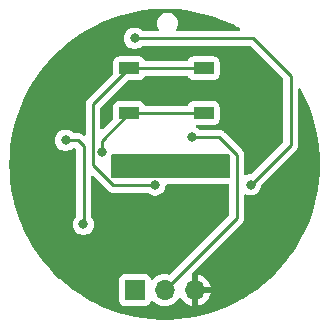
<source format=gbr>
%TF.GenerationSoftware,KiCad,Pcbnew,7.0.10*%
%TF.CreationDate,2024-09-02T03:13:39+05:30*%
%TF.ProjectId,Ki-demo,4b692d64-656d-46f2-9e6b-696361645f70,rev?*%
%TF.SameCoordinates,Original*%
%TF.FileFunction,Copper,L2,Bot*%
%TF.FilePolarity,Positive*%
%FSLAX46Y46*%
G04 Gerber Fmt 4.6, Leading zero omitted, Abs format (unit mm)*
G04 Created by KiCad (PCBNEW 7.0.10) date 2024-09-02 03:13:39*
%MOMM*%
%LPD*%
G01*
G04 APERTURE LIST*
G04 Aperture macros list*
%AMRoundRect*
0 Rectangle with rounded corners*
0 $1 Rounding radius*
0 $2 $3 $4 $5 $6 $7 $8 $9 X,Y pos of 4 corners*
0 Add a 4 corners polygon primitive as box body*
4,1,4,$2,$3,$4,$5,$6,$7,$8,$9,$2,$3,0*
0 Add four circle primitives for the rounded corners*
1,1,$1+$1,$2,$3*
1,1,$1+$1,$4,$5*
1,1,$1+$1,$6,$7*
1,1,$1+$1,$8,$9*
0 Add four rect primitives between the rounded corners*
20,1,$1+$1,$2,$3,$4,$5,0*
20,1,$1+$1,$4,$5,$6,$7,0*
20,1,$1+$1,$6,$7,$8,$9,0*
20,1,$1+$1,$8,$9,$2,$3,0*%
G04 Aperture macros list end*
%TA.AperFunction,EtchedComponent*%
%ADD10C,0.200000*%
%TD*%
%TA.AperFunction,SMDPad,CuDef*%
%ADD11RoundRect,0.470000X4.515000X0.470000X-4.515000X0.470000X-4.515000X-0.470000X4.515000X-0.470000X0*%
%TD*%
%TA.AperFunction,SMDPad,CuDef*%
%ADD12R,1.700000X1.000000*%
%TD*%
%TA.AperFunction,ComponentPad*%
%ADD13R,1.700000X1.700000*%
%TD*%
%TA.AperFunction,ComponentPad*%
%ADD14O,1.700000X1.700000*%
%TD*%
%TA.AperFunction,ViaPad*%
%ADD15C,0.800000*%
%TD*%
%TA.AperFunction,Conductor*%
%ADD16C,0.250000*%
%TD*%
G04 APERTURE END LIST*
D10*
%TO.C,HS1*%
X96933000Y-53288000D02*
X86963000Y-53288000D01*
X86963000Y-53288000D02*
X86963000Y-55168000D01*
X86963000Y-55168000D02*
X96933000Y-55168000D01*
X96933000Y-55168000D02*
X96933000Y-53288000D01*
G36*
X96933000Y-53288000D02*
G01*
X86963000Y-53288000D01*
X86963000Y-55168000D01*
X96933000Y-55168000D01*
X96933000Y-53288000D01*
G37*
%TD*%
D11*
%TO.P,HS1,HS1*%
%TO.N,N/C*%
X91948000Y-54228000D03*
%TD*%
D12*
%TO.P,SW1,1,A*%
%TO.N,Net-(SW1-A)*%
X88442000Y-49774000D03*
X94742000Y-49774000D03*
%TO.P,SW1,2,B*%
%TO.N,Net-(SW1-B)*%
X94742000Y-45974000D03*
X88442000Y-45974000D03*
%TD*%
D13*
%TO.P,J1,1,Pin_1*%
%TO.N,R*%
X88915000Y-64745000D03*
D14*
%TO.P,J1,2,Pin_2*%
%TO.N,VCC*%
X91455000Y-64745000D03*
%TO.P,J1,3,Pin_3*%
%TO.N,GND*%
X93995000Y-64745000D03*
%TD*%
D15*
%TO.N,GND*%
X84836000Y-63500000D03*
X81534000Y-57150000D03*
X83058000Y-48006000D03*
X99314000Y-48514000D03*
%TO.N,GP0*%
X98721204Y-55835443D03*
X88900000Y-43433996D03*
%TO.N,Net-(SW1-B)*%
X90614459Y-55867253D03*
%TO.N,Net-(SW1-A)*%
X86106000Y-53086000D03*
%TO.N,VCC*%
X93726000Y-51816002D03*
%TO.N,Net-(D3-A)*%
X83058000Y-52070000D03*
X84569000Y-59182000D03*
%TD*%
D16*
%TO.N,GP0*%
X102108000Y-46599210D02*
X98942786Y-43433996D01*
X102108000Y-52448647D02*
X102108000Y-46599210D01*
X98721204Y-55835443D02*
X102108000Y-52448647D01*
X98942786Y-43433996D02*
X88900000Y-43433996D01*
%TO.N,VCC*%
X96062043Y-51816002D02*
X93726000Y-51816002D01*
X97536000Y-58664000D02*
X97536000Y-53289959D01*
X91455000Y-64745000D02*
X97536000Y-58664000D01*
X97536000Y-53289959D02*
X96062043Y-51816002D01*
%TO.N,Net-(SW1-A)*%
X86106000Y-52110000D02*
X86106000Y-53086000D01*
X88442000Y-49774000D02*
X86106000Y-52110000D01*
%TO.N,Net-(SW1-B)*%
X87061212Y-55867253D02*
X90614459Y-55867253D01*
X85381000Y-54187041D02*
X87061212Y-55867253D01*
X85381000Y-49035000D02*
X85381000Y-54187041D01*
X88442000Y-45974000D02*
X85381000Y-49035000D01*
%TO.N,Net-(D3-A)*%
X84582000Y-59169000D02*
X84569000Y-59182000D01*
X84582000Y-52578000D02*
X84582000Y-59169000D01*
X84074000Y-52070000D02*
X84582000Y-52578000D01*
X83058000Y-52070000D02*
X84074000Y-52070000D01*
%TO.N,Net-(SW1-A)*%
X94742000Y-49774000D02*
X88442000Y-49774000D01*
%TO.N,Net-(SW1-B)*%
X88442000Y-45974000D02*
X94742000Y-45974000D01*
%TD*%
%TA.AperFunction,Conductor*%
%TO.N,GND*%
G36*
X91819072Y-40946660D02*
G01*
X92536433Y-40986239D01*
X92543219Y-40986802D01*
X93257295Y-41065835D01*
X93264015Y-41066766D01*
X93949970Y-41181232D01*
X93972673Y-41185021D01*
X93979379Y-41186331D01*
X94267741Y-41250954D01*
X94680439Y-41343442D01*
X94687031Y-41345111D01*
X95378366Y-41540602D01*
X95384872Y-41542637D01*
X95943467Y-41734403D01*
X96064379Y-41775912D01*
X96070773Y-41778306D01*
X96736397Y-42048659D01*
X96742640Y-42051398D01*
X97370525Y-42347704D01*
X97392353Y-42358005D01*
X97398450Y-42361090D01*
X97794536Y-42575441D01*
X97844127Y-42624661D01*
X97859235Y-42692877D01*
X97835065Y-42758433D01*
X97779289Y-42800514D01*
X97735519Y-42808496D01*
X92551331Y-42808496D01*
X92484292Y-42788811D01*
X92438537Y-42736007D01*
X92428593Y-42666849D01*
X92443944Y-42622496D01*
X92501171Y-42523376D01*
X92558251Y-42347702D01*
X92577559Y-42164000D01*
X92558251Y-41980298D01*
X92501171Y-41804624D01*
X92408814Y-41644657D01*
X92360403Y-41590892D01*
X92285221Y-41507392D01*
X92285218Y-41507390D01*
X92285217Y-41507389D01*
X92285216Y-41507388D01*
X92135780Y-41398815D01*
X92135779Y-41398814D01*
X91967040Y-41323686D01*
X91967034Y-41323684D01*
X91824760Y-41293443D01*
X91786357Y-41285281D01*
X91601643Y-41285281D01*
X91569971Y-41292012D01*
X91420965Y-41323684D01*
X91420960Y-41323686D01*
X91252221Y-41398814D01*
X91102781Y-41507390D01*
X91102778Y-41507392D01*
X90979185Y-41644658D01*
X90886829Y-41804623D01*
X90886826Y-41804629D01*
X90829750Y-41980293D01*
X90829749Y-41980295D01*
X90810441Y-42164000D01*
X90829749Y-42347704D01*
X90829750Y-42347706D01*
X90886826Y-42523370D01*
X90886829Y-42523376D01*
X90944056Y-42622496D01*
X90960529Y-42690396D01*
X90937676Y-42756423D01*
X90882755Y-42799614D01*
X90836669Y-42808496D01*
X89603748Y-42808496D01*
X89536709Y-42788811D01*
X89511600Y-42767470D01*
X89505873Y-42761110D01*
X89505869Y-42761106D01*
X89352734Y-42649847D01*
X89352729Y-42649844D01*
X89179807Y-42572853D01*
X89179802Y-42572851D01*
X89034001Y-42541861D01*
X88994646Y-42533496D01*
X88805354Y-42533496D01*
X88772897Y-42540394D01*
X88620197Y-42572851D01*
X88620192Y-42572853D01*
X88447270Y-42649844D01*
X88447265Y-42649847D01*
X88294129Y-42761107D01*
X88167466Y-42901781D01*
X88072821Y-43065711D01*
X88072818Y-43065718D01*
X88014327Y-43245736D01*
X88014326Y-43245740D01*
X87994540Y-43433996D01*
X88014326Y-43622252D01*
X88014327Y-43622255D01*
X88072818Y-43802273D01*
X88072821Y-43802280D01*
X88167467Y-43966212D01*
X88269185Y-44079181D01*
X88294129Y-44106884D01*
X88447265Y-44218144D01*
X88447270Y-44218147D01*
X88620192Y-44295138D01*
X88620197Y-44295140D01*
X88805354Y-44334496D01*
X88805355Y-44334496D01*
X88994644Y-44334496D01*
X88994646Y-44334496D01*
X89179803Y-44295140D01*
X89352730Y-44218147D01*
X89505871Y-44106884D01*
X89508788Y-44103643D01*
X89511600Y-44100522D01*
X89571087Y-44063875D01*
X89603748Y-44059496D01*
X98632334Y-44059496D01*
X98699373Y-44079181D01*
X98720015Y-44095815D01*
X101446181Y-46821981D01*
X101479666Y-46883304D01*
X101482500Y-46909662D01*
X101482500Y-52138194D01*
X101462815Y-52205233D01*
X101446181Y-52225875D01*
X98773432Y-54898624D01*
X98712109Y-54932109D01*
X98685751Y-54934943D01*
X98626558Y-54934943D01*
X98594406Y-54941777D01*
X98441401Y-54974298D01*
X98441396Y-54974300D01*
X98335936Y-55021255D01*
X98266686Y-55030540D01*
X98203409Y-55000912D01*
X98166196Y-54941777D01*
X98161500Y-54907976D01*
X98161500Y-53372701D01*
X98163224Y-53357081D01*
X98162939Y-53357055D01*
X98163671Y-53349299D01*
X98163673Y-53349292D01*
X98161561Y-53282085D01*
X98161500Y-53278190D01*
X98161500Y-53250613D01*
X98161500Y-53250609D01*
X98160996Y-53246624D01*
X98160080Y-53234980D01*
X98158709Y-53191332D01*
X98153122Y-53172103D01*
X98149174Y-53153043D01*
X98146663Y-53133163D01*
X98130588Y-53092563D01*
X98126804Y-53081511D01*
X98114618Y-53039568D01*
X98114616Y-53039565D01*
X98104423Y-53022330D01*
X98095861Y-53004853D01*
X98088487Y-52986228D01*
X98062816Y-52950896D01*
X98056405Y-52941136D01*
X98034170Y-52903539D01*
X98034168Y-52903537D01*
X98034165Y-52903533D01*
X98020006Y-52889374D01*
X98007368Y-52874578D01*
X97996749Y-52859962D01*
X97995594Y-52858372D01*
X97991913Y-52855327D01*
X97961940Y-52830531D01*
X97953299Y-52822668D01*
X96562846Y-51432214D01*
X96553023Y-51419952D01*
X96552802Y-51420136D01*
X96547829Y-51414124D01*
X96498819Y-51368101D01*
X96496020Y-51365388D01*
X96476520Y-51345887D01*
X96476514Y-51345882D01*
X96473329Y-51343411D01*
X96464477Y-51335850D01*
X96432625Y-51305940D01*
X96432623Y-51305938D01*
X96432620Y-51305937D01*
X96415072Y-51296290D01*
X96398806Y-51285606D01*
X96382975Y-51273326D01*
X96342892Y-51255980D01*
X96332406Y-51250843D01*
X96294137Y-51229805D01*
X96294135Y-51229804D01*
X96274736Y-51224824D01*
X96256324Y-51218520D01*
X96237941Y-51210564D01*
X96237935Y-51210562D01*
X96194803Y-51203731D01*
X96183365Y-51201363D01*
X96141063Y-51190502D01*
X96141062Y-51190502D01*
X96121027Y-51190502D01*
X96101629Y-51188975D01*
X96094205Y-51187799D01*
X96081848Y-51185842D01*
X96081847Y-51185842D01*
X96038368Y-51189952D01*
X96026699Y-51190502D01*
X94429748Y-51190502D01*
X94362709Y-51170817D01*
X94337600Y-51149476D01*
X94331873Y-51143116D01*
X94331869Y-51143112D01*
X94178734Y-51031853D01*
X94178732Y-51031852D01*
X94133646Y-51011778D01*
X94080410Y-50966527D01*
X94060089Y-50899678D01*
X94079135Y-50832454D01*
X94131502Y-50786199D01*
X94184079Y-50774499D01*
X95639872Y-50774499D01*
X95699483Y-50768091D01*
X95834331Y-50717796D01*
X95949546Y-50631546D01*
X96035796Y-50516331D01*
X96086091Y-50381483D01*
X96092500Y-50321873D01*
X96092499Y-49226128D01*
X96086091Y-49166517D01*
X96079253Y-49148184D01*
X96035797Y-49031671D01*
X96035793Y-49031664D01*
X95949547Y-48916455D01*
X95949544Y-48916452D01*
X95834335Y-48830206D01*
X95834328Y-48830202D01*
X95699482Y-48779908D01*
X95699483Y-48779908D01*
X95639883Y-48773501D01*
X95639881Y-48773500D01*
X95639873Y-48773500D01*
X95639864Y-48773500D01*
X93844129Y-48773500D01*
X93844123Y-48773501D01*
X93784516Y-48779908D01*
X93649671Y-48830202D01*
X93649664Y-48830206D01*
X93534455Y-48916452D01*
X93534452Y-48916455D01*
X93448206Y-49031664D01*
X93448203Y-49031669D01*
X93434715Y-49067834D01*
X93392843Y-49123767D01*
X93327379Y-49148184D01*
X93318533Y-49148500D01*
X89865467Y-49148500D01*
X89798428Y-49128815D01*
X89752673Y-49076011D01*
X89749285Y-49067834D01*
X89735796Y-49031669D01*
X89735793Y-49031664D01*
X89649547Y-48916455D01*
X89649544Y-48916452D01*
X89534335Y-48830206D01*
X89534328Y-48830202D01*
X89399482Y-48779908D01*
X89399483Y-48779908D01*
X89339883Y-48773501D01*
X89339881Y-48773500D01*
X89339873Y-48773500D01*
X89339864Y-48773500D01*
X87544129Y-48773500D01*
X87544123Y-48773501D01*
X87484516Y-48779908D01*
X87349671Y-48830202D01*
X87349664Y-48830206D01*
X87234455Y-48916452D01*
X87234452Y-48916455D01*
X87148206Y-49031664D01*
X87148202Y-49031671D01*
X87097908Y-49166517D01*
X87091501Y-49226116D01*
X87091501Y-49226123D01*
X87091500Y-49226135D01*
X87091500Y-50188546D01*
X87071815Y-50255585D01*
X87055181Y-50276227D01*
X86218181Y-51113227D01*
X86156858Y-51146712D01*
X86087166Y-51141728D01*
X86031233Y-51099856D01*
X86006816Y-51034392D01*
X86006500Y-51025546D01*
X86006500Y-49345451D01*
X86026185Y-49278412D01*
X86042814Y-49257775D01*
X88289771Y-47010817D01*
X88351094Y-46977333D01*
X88377452Y-46974499D01*
X89339871Y-46974499D01*
X89339872Y-46974499D01*
X89399483Y-46968091D01*
X89534331Y-46917796D01*
X89649546Y-46831546D01*
X89735796Y-46716331D01*
X89749285Y-46680166D01*
X89791157Y-46624233D01*
X89856621Y-46599816D01*
X89865467Y-46599500D01*
X93318533Y-46599500D01*
X93385572Y-46619185D01*
X93431327Y-46671989D01*
X93434715Y-46680166D01*
X93448203Y-46716330D01*
X93448206Y-46716335D01*
X93534452Y-46831544D01*
X93534455Y-46831547D01*
X93649664Y-46917793D01*
X93649671Y-46917797D01*
X93784517Y-46968091D01*
X93784516Y-46968091D01*
X93791444Y-46968835D01*
X93844127Y-46974500D01*
X95639872Y-46974499D01*
X95699483Y-46968091D01*
X95834331Y-46917796D01*
X95949546Y-46831546D01*
X96035796Y-46716331D01*
X96086091Y-46581483D01*
X96092500Y-46521873D01*
X96092499Y-45426128D01*
X96086091Y-45366517D01*
X96079253Y-45348184D01*
X96035797Y-45231671D01*
X96035793Y-45231664D01*
X95949547Y-45116455D01*
X95949544Y-45116452D01*
X95834335Y-45030206D01*
X95834328Y-45030202D01*
X95699482Y-44979908D01*
X95699483Y-44979908D01*
X95639883Y-44973501D01*
X95639881Y-44973500D01*
X95639873Y-44973500D01*
X95639864Y-44973500D01*
X93844129Y-44973500D01*
X93844123Y-44973501D01*
X93784516Y-44979908D01*
X93649671Y-45030202D01*
X93649664Y-45030206D01*
X93534455Y-45116452D01*
X93534452Y-45116455D01*
X93448206Y-45231664D01*
X93448203Y-45231669D01*
X93434715Y-45267834D01*
X93392843Y-45323767D01*
X93327379Y-45348184D01*
X93318533Y-45348500D01*
X89865467Y-45348500D01*
X89798428Y-45328815D01*
X89752673Y-45276011D01*
X89749285Y-45267834D01*
X89735796Y-45231669D01*
X89735793Y-45231664D01*
X89649547Y-45116455D01*
X89649544Y-45116452D01*
X89534335Y-45030206D01*
X89534328Y-45030202D01*
X89399482Y-44979908D01*
X89399483Y-44979908D01*
X89339883Y-44973501D01*
X89339881Y-44973500D01*
X89339873Y-44973500D01*
X89339864Y-44973500D01*
X87544129Y-44973500D01*
X87544123Y-44973501D01*
X87484516Y-44979908D01*
X87349671Y-45030202D01*
X87349664Y-45030206D01*
X87234455Y-45116452D01*
X87234452Y-45116455D01*
X87148206Y-45231664D01*
X87148202Y-45231671D01*
X87097908Y-45366517D01*
X87091501Y-45426116D01*
X87091501Y-45426123D01*
X87091500Y-45426135D01*
X87091500Y-46388546D01*
X87071815Y-46455585D01*
X87055181Y-46476227D01*
X84997208Y-48534199D01*
X84984951Y-48544020D01*
X84985134Y-48544241D01*
X84979122Y-48549214D01*
X84933098Y-48598223D01*
X84930391Y-48601016D01*
X84910889Y-48620517D01*
X84910875Y-48620534D01*
X84908407Y-48623715D01*
X84900843Y-48632570D01*
X84870937Y-48664418D01*
X84870936Y-48664420D01*
X84861284Y-48681976D01*
X84850610Y-48698226D01*
X84838329Y-48714061D01*
X84838324Y-48714068D01*
X84820975Y-48754158D01*
X84815838Y-48764644D01*
X84794803Y-48802906D01*
X84789822Y-48822307D01*
X84783521Y-48840710D01*
X84775562Y-48859102D01*
X84775561Y-48859105D01*
X84768728Y-48902243D01*
X84766360Y-48913674D01*
X84755501Y-48955971D01*
X84755500Y-48955982D01*
X84755500Y-48976016D01*
X84753973Y-48995415D01*
X84750840Y-49015194D01*
X84750840Y-49015195D01*
X84754950Y-49058674D01*
X84755500Y-49070343D01*
X84755500Y-51565363D01*
X84735815Y-51632402D01*
X84683011Y-51678157D01*
X84613853Y-51688101D01*
X84550297Y-51659076D01*
X84546616Y-51655755D01*
X84510776Y-51622099D01*
X84507977Y-51619386D01*
X84488477Y-51599885D01*
X84488471Y-51599880D01*
X84485286Y-51597409D01*
X84476434Y-51589848D01*
X84444582Y-51559938D01*
X84444580Y-51559936D01*
X84444577Y-51559935D01*
X84427029Y-51550288D01*
X84410763Y-51539604D01*
X84394932Y-51527324D01*
X84354849Y-51509978D01*
X84344363Y-51504841D01*
X84306094Y-51483803D01*
X84306092Y-51483802D01*
X84286693Y-51478822D01*
X84268281Y-51472518D01*
X84249898Y-51464562D01*
X84249892Y-51464560D01*
X84206760Y-51457729D01*
X84195322Y-51455361D01*
X84153020Y-51444500D01*
X84153019Y-51444500D01*
X84132984Y-51444500D01*
X84113586Y-51442973D01*
X84106162Y-51441797D01*
X84093805Y-51439840D01*
X84093804Y-51439840D01*
X84050325Y-51443950D01*
X84038656Y-51444500D01*
X83761748Y-51444500D01*
X83694709Y-51424815D01*
X83669600Y-51403474D01*
X83663873Y-51397114D01*
X83663869Y-51397110D01*
X83510734Y-51285851D01*
X83510729Y-51285848D01*
X83337807Y-51208857D01*
X83337802Y-51208855D01*
X83192001Y-51177865D01*
X83152646Y-51169500D01*
X82963354Y-51169500D01*
X82930897Y-51176398D01*
X82778197Y-51208855D01*
X82778192Y-51208857D01*
X82605270Y-51285848D01*
X82605265Y-51285851D01*
X82452129Y-51397111D01*
X82325466Y-51537785D01*
X82230821Y-51701715D01*
X82230818Y-51701722D01*
X82177146Y-51866909D01*
X82172326Y-51881744D01*
X82152540Y-52070000D01*
X82172326Y-52258256D01*
X82172327Y-52258259D01*
X82230818Y-52438277D01*
X82230821Y-52438284D01*
X82325467Y-52602216D01*
X82427185Y-52715185D01*
X82452129Y-52742888D01*
X82605265Y-52854148D01*
X82605270Y-52854151D01*
X82778192Y-52931142D01*
X82778197Y-52931144D01*
X82963354Y-52970500D01*
X82963355Y-52970500D01*
X83152644Y-52970500D01*
X83152646Y-52970500D01*
X83337803Y-52931144D01*
X83510730Y-52854151D01*
X83663871Y-52742888D01*
X83666788Y-52739647D01*
X83669600Y-52736526D01*
X83729087Y-52699879D01*
X83761748Y-52695500D01*
X83763548Y-52695500D01*
X83830587Y-52715185D01*
X83851229Y-52731819D01*
X83920181Y-52800771D01*
X83953666Y-52862094D01*
X83956500Y-52888452D01*
X83956500Y-58468874D01*
X83936815Y-58535913D01*
X83924650Y-58551846D01*
X83836466Y-58649784D01*
X83741821Y-58813715D01*
X83741818Y-58813722D01*
X83699211Y-58944854D01*
X83683326Y-58993744D01*
X83663540Y-59182000D01*
X83683326Y-59370256D01*
X83683327Y-59370259D01*
X83741818Y-59550277D01*
X83741821Y-59550284D01*
X83836467Y-59714216D01*
X83843170Y-59721660D01*
X83963129Y-59854888D01*
X84116265Y-59966148D01*
X84116270Y-59966151D01*
X84289192Y-60043142D01*
X84289197Y-60043144D01*
X84474354Y-60082500D01*
X84474355Y-60082500D01*
X84663644Y-60082500D01*
X84663646Y-60082500D01*
X84848803Y-60043144D01*
X85021730Y-59966151D01*
X85174871Y-59854888D01*
X85301533Y-59714216D01*
X85396179Y-59550284D01*
X85454674Y-59370256D01*
X85474460Y-59182000D01*
X85454674Y-58993744D01*
X85396179Y-58813716D01*
X85301533Y-58649784D01*
X85293015Y-58640324D01*
X85239350Y-58580722D01*
X85209120Y-58517730D01*
X85207500Y-58497750D01*
X85207500Y-55197493D01*
X85227185Y-55130454D01*
X85279989Y-55084699D01*
X85349147Y-55074755D01*
X85412703Y-55103780D01*
X85419181Y-55109812D01*
X86560406Y-56251037D01*
X86570231Y-56263301D01*
X86570452Y-56263119D01*
X86575422Y-56269127D01*
X86624451Y-56315168D01*
X86627248Y-56317879D01*
X86646742Y-56337373D01*
X86649907Y-56339828D01*
X86658783Y-56347409D01*
X86690630Y-56377315D01*
X86690634Y-56377317D01*
X86708185Y-56386966D01*
X86724443Y-56397645D01*
X86740276Y-56409927D01*
X86775622Y-56425221D01*
X86780367Y-56427275D01*
X86790847Y-56432408D01*
X86829120Y-56453450D01*
X86848524Y-56458432D01*
X86866922Y-56464731D01*
X86885317Y-56472691D01*
X86928466Y-56479524D01*
X86939892Y-56481891D01*
X86982193Y-56492753D01*
X87002228Y-56492753D01*
X87021625Y-56494279D01*
X87041408Y-56497413D01*
X87084887Y-56493303D01*
X87096556Y-56492753D01*
X89910711Y-56492753D01*
X89977750Y-56512438D01*
X90002859Y-56533779D01*
X90008585Y-56540138D01*
X90008589Y-56540142D01*
X90161724Y-56651401D01*
X90161729Y-56651404D01*
X90334651Y-56728395D01*
X90334656Y-56728397D01*
X90519813Y-56767753D01*
X90519814Y-56767753D01*
X90709103Y-56767753D01*
X90709105Y-56767753D01*
X90894262Y-56728397D01*
X91067189Y-56651404D01*
X91220330Y-56540141D01*
X91346992Y-56399469D01*
X91441638Y-56235537D01*
X91500133Y-56055509D01*
X91518627Y-55879536D01*
X91545211Y-55814924D01*
X91602509Y-55774939D01*
X91641948Y-55768500D01*
X96786500Y-55768500D01*
X96853539Y-55788185D01*
X96899294Y-55840989D01*
X96910500Y-55892500D01*
X96910500Y-58353546D01*
X96890815Y-58420585D01*
X96874181Y-58441227D01*
X91910646Y-63404761D01*
X91849323Y-63438246D01*
X91790873Y-63436855D01*
X91690408Y-63409937D01*
X91455001Y-63389341D01*
X91454999Y-63389341D01*
X91219596Y-63409936D01*
X91219586Y-63409938D01*
X90991344Y-63471094D01*
X90991335Y-63471098D01*
X90777171Y-63570964D01*
X90777169Y-63570965D01*
X90583600Y-63706503D01*
X90461673Y-63828430D01*
X90400350Y-63861914D01*
X90330658Y-63856930D01*
X90274725Y-63815058D01*
X90257810Y-63784081D01*
X90208797Y-63652671D01*
X90208793Y-63652664D01*
X90122547Y-63537455D01*
X90122544Y-63537452D01*
X90007335Y-63451206D01*
X90007328Y-63451202D01*
X89872482Y-63400908D01*
X89872483Y-63400908D01*
X89812883Y-63394501D01*
X89812881Y-63394500D01*
X89812873Y-63394500D01*
X89812864Y-63394500D01*
X88017129Y-63394500D01*
X88017123Y-63394501D01*
X87957516Y-63400908D01*
X87822671Y-63451202D01*
X87822664Y-63451206D01*
X87707455Y-63537452D01*
X87707452Y-63537455D01*
X87621206Y-63652664D01*
X87621202Y-63652671D01*
X87570908Y-63787517D01*
X87564501Y-63847116D01*
X87564500Y-63847135D01*
X87564500Y-65642870D01*
X87564501Y-65642876D01*
X87570908Y-65702483D01*
X87621202Y-65837328D01*
X87621206Y-65837335D01*
X87707452Y-65952544D01*
X87707455Y-65952547D01*
X87822664Y-66038793D01*
X87822671Y-66038797D01*
X87957517Y-66089091D01*
X87957516Y-66089091D01*
X87964444Y-66089835D01*
X88017127Y-66095500D01*
X89812872Y-66095499D01*
X89872483Y-66089091D01*
X90007331Y-66038796D01*
X90122546Y-65952546D01*
X90208796Y-65837331D01*
X90257810Y-65705916D01*
X90299681Y-65649984D01*
X90365145Y-65625566D01*
X90433418Y-65640417D01*
X90461673Y-65661569D01*
X90583599Y-65783495D01*
X90668451Y-65842909D01*
X90777165Y-65919032D01*
X90777167Y-65919033D01*
X90777170Y-65919035D01*
X90991337Y-66018903D01*
X91219592Y-66080063D01*
X91396034Y-66095500D01*
X91454999Y-66100659D01*
X91455000Y-66100659D01*
X91455001Y-66100659D01*
X91513966Y-66095500D01*
X91690408Y-66080063D01*
X91918663Y-66018903D01*
X92132830Y-65919035D01*
X92326401Y-65783495D01*
X92493495Y-65616401D01*
X92623730Y-65430405D01*
X92678307Y-65386781D01*
X92747805Y-65379587D01*
X92810160Y-65411110D01*
X92826879Y-65430405D01*
X92956890Y-65616078D01*
X93123917Y-65783105D01*
X93317421Y-65918600D01*
X93531507Y-66018429D01*
X93531516Y-66018433D01*
X93745000Y-66075634D01*
X93745000Y-65180501D01*
X93852685Y-65229680D01*
X93959237Y-65245000D01*
X94030763Y-65245000D01*
X94137315Y-65229680D01*
X94245000Y-65180501D01*
X94245000Y-66075633D01*
X94458483Y-66018433D01*
X94458492Y-66018429D01*
X94672578Y-65918600D01*
X94866082Y-65783105D01*
X95033105Y-65616082D01*
X95168600Y-65422578D01*
X95268429Y-65208492D01*
X95268432Y-65208486D01*
X95325636Y-64995000D01*
X94428686Y-64995000D01*
X94454493Y-64954844D01*
X94495000Y-64816889D01*
X94495000Y-64673111D01*
X94454493Y-64535156D01*
X94428686Y-64495000D01*
X95325636Y-64495000D01*
X95325635Y-64494999D01*
X95268432Y-64281513D01*
X95268429Y-64281507D01*
X95168600Y-64067422D01*
X95168599Y-64067420D01*
X95033113Y-63873926D01*
X95033108Y-63873920D01*
X94866082Y-63706894D01*
X94672578Y-63571399D01*
X94458492Y-63471570D01*
X94458486Y-63471567D01*
X94245000Y-63414364D01*
X94245000Y-64309498D01*
X94137315Y-64260320D01*
X94030763Y-64245000D01*
X93959237Y-64245000D01*
X93852685Y-64260320D01*
X93745000Y-64309498D01*
X93745000Y-63390950D01*
X93764685Y-63323911D01*
X93781314Y-63303274D01*
X97919786Y-59164802D01*
X97932048Y-59154980D01*
X97931865Y-59154759D01*
X97937868Y-59149791D01*
X97937877Y-59149786D01*
X97983934Y-59100739D01*
X97986582Y-59098006D01*
X98006120Y-59078470D01*
X98008570Y-59075310D01*
X98016154Y-59066429D01*
X98046062Y-59034582D01*
X98055714Y-59017023D01*
X98066389Y-59000772D01*
X98078674Y-58984936D01*
X98096030Y-58944825D01*
X98101161Y-58934354D01*
X98122194Y-58896098D01*
X98122194Y-58896097D01*
X98122197Y-58896092D01*
X98127180Y-58876680D01*
X98133477Y-58858291D01*
X98141438Y-58839895D01*
X98148270Y-58796748D01*
X98150639Y-58785316D01*
X98161499Y-58743022D01*
X98161500Y-58743017D01*
X98161500Y-58722983D01*
X98163027Y-58703582D01*
X98166160Y-58683804D01*
X98162050Y-58640324D01*
X98161500Y-58628655D01*
X98161500Y-56762909D01*
X98181185Y-56695870D01*
X98233989Y-56650115D01*
X98303147Y-56640171D01*
X98335931Y-56649628D01*
X98441401Y-56696587D01*
X98626558Y-56735943D01*
X98626559Y-56735943D01*
X98815848Y-56735943D01*
X98815850Y-56735943D01*
X99001007Y-56696587D01*
X99173934Y-56619594D01*
X99327075Y-56508331D01*
X99453737Y-56367659D01*
X99548383Y-56203727D01*
X99606878Y-56023699D01*
X99624525Y-55855788D01*
X99651109Y-55791175D01*
X99660156Y-55781079D01*
X102491788Y-52949448D01*
X102504042Y-52939633D01*
X102503859Y-52939411D01*
X102509868Y-52934438D01*
X102509877Y-52934433D01*
X102555949Y-52885369D01*
X102558566Y-52882670D01*
X102578120Y-52863118D01*
X102580576Y-52859950D01*
X102588156Y-52851074D01*
X102618062Y-52819229D01*
X102627715Y-52801667D01*
X102638389Y-52785417D01*
X102650673Y-52769583D01*
X102668019Y-52729497D01*
X102673157Y-52719009D01*
X102675260Y-52715185D01*
X102694197Y-52680739D01*
X102699177Y-52661338D01*
X102705478Y-52642935D01*
X102713438Y-52624543D01*
X102720272Y-52581388D01*
X102722635Y-52569978D01*
X102733500Y-52527666D01*
X102733500Y-52507630D01*
X102735027Y-52488229D01*
X102738160Y-52468451D01*
X102734050Y-52424971D01*
X102733500Y-52413302D01*
X102733500Y-47792059D01*
X102753185Y-47725020D01*
X102805989Y-47679265D01*
X102875147Y-47669321D01*
X102938703Y-47698346D01*
X102964887Y-47730060D01*
X103025664Y-47835330D01*
X103028916Y-47841339D01*
X103353301Y-48482339D01*
X103356218Y-48488519D01*
X103644811Y-49146447D01*
X103647382Y-49152778D01*
X103899286Y-49825580D01*
X103901505Y-49832043D01*
X104115963Y-50517705D01*
X104117823Y-50524281D01*
X104294189Y-51220734D01*
X104295683Y-51227402D01*
X104433410Y-51932489D01*
X104434535Y-51939229D01*
X104533216Y-52650861D01*
X104533967Y-52657653D01*
X104593291Y-53373599D01*
X104593668Y-53380422D01*
X104613464Y-54098583D01*
X104613464Y-54105417D01*
X104593668Y-54823577D01*
X104593291Y-54830400D01*
X104533967Y-55546346D01*
X104533216Y-55553138D01*
X104434535Y-56264770D01*
X104433410Y-56271510D01*
X104295683Y-56976597D01*
X104294189Y-56983265D01*
X104117823Y-57679718D01*
X104115963Y-57686294D01*
X103901505Y-58371956D01*
X103899286Y-58378419D01*
X103647382Y-59051221D01*
X103644811Y-59057552D01*
X103356218Y-59715480D01*
X103353301Y-59721660D01*
X103028916Y-60362660D01*
X103025664Y-60368670D01*
X102666455Y-60990839D01*
X102662877Y-60996660D01*
X102269926Y-61598118D01*
X102266032Y-61603734D01*
X101840566Y-62182600D01*
X101836369Y-62187993D01*
X101379643Y-62742565D01*
X101375155Y-62747718D01*
X100888581Y-63276277D01*
X100883816Y-63281175D01*
X100368859Y-63782134D01*
X100363831Y-63786762D01*
X99822067Y-64258586D01*
X99816808Y-64262917D01*
X99467036Y-64535156D01*
X99249859Y-64704191D01*
X99244353Y-64708237D01*
X98653971Y-65117599D01*
X98648251Y-65121337D01*
X98316910Y-65325011D01*
X98036200Y-65497563D01*
X98030294Y-65500973D01*
X97398450Y-65842909D01*
X97392353Y-65845994D01*
X96742647Y-66152598D01*
X96736389Y-66155343D01*
X96070778Y-66425691D01*
X96064379Y-66428087D01*
X95384880Y-66661359D01*
X95378358Y-66663399D01*
X94687051Y-66858882D01*
X94680426Y-66860560D01*
X93979379Y-67017668D01*
X93972673Y-67018978D01*
X93264040Y-67137229D01*
X93257271Y-67138167D01*
X92543231Y-67217196D01*
X92536421Y-67217761D01*
X91819073Y-67257339D01*
X91812242Y-67257527D01*
X91093828Y-67257527D01*
X91086997Y-67257339D01*
X90369648Y-67217761D01*
X90362838Y-67217196D01*
X89648798Y-67138167D01*
X89642029Y-67137229D01*
X88933396Y-67018978D01*
X88926690Y-67017668D01*
X88225643Y-66860560D01*
X88219018Y-66858882D01*
X87527711Y-66663399D01*
X87521189Y-66661359D01*
X86841690Y-66428087D01*
X86835291Y-66425691D01*
X86169680Y-66155343D01*
X86163422Y-66152598D01*
X85513716Y-65845994D01*
X85507619Y-65842909D01*
X85151124Y-65649984D01*
X84875763Y-65500966D01*
X84869884Y-65497572D01*
X84257816Y-65121335D01*
X84252098Y-65117599D01*
X83661716Y-64708237D01*
X83656226Y-64704203D01*
X83089243Y-64262903D01*
X83084014Y-64258596D01*
X82542228Y-63786753D01*
X82537220Y-63782143D01*
X82182283Y-63436855D01*
X82022253Y-63281175D01*
X82017488Y-63276277D01*
X81530914Y-62747718D01*
X81526426Y-62742565D01*
X81069700Y-62187993D01*
X81065503Y-62182600D01*
X80640037Y-61603734D01*
X80636143Y-61598118D01*
X80243192Y-60996660D01*
X80239614Y-60990839D01*
X79880405Y-60368670D01*
X79877153Y-60362660D01*
X79735375Y-60082500D01*
X79552760Y-59721644D01*
X79549858Y-59715496D01*
X79267018Y-59070684D01*
X79261258Y-59057552D01*
X79258687Y-59051221D01*
X79200605Y-58896092D01*
X79006776Y-58378399D01*
X79004571Y-58371977D01*
X78790098Y-57686268D01*
X78788253Y-57679745D01*
X78611876Y-56983249D01*
X78610386Y-56976597D01*
X78608049Y-56964634D01*
X78472658Y-56271505D01*
X78471534Y-56264770D01*
X78467480Y-56235537D01*
X78372850Y-55553117D01*
X78372104Y-55546368D01*
X78312777Y-54830397D01*
X78312401Y-54823577D01*
X78312383Y-54822936D01*
X78292605Y-54105410D01*
X78292605Y-54098583D01*
X78312379Y-53381241D01*
X78312401Y-53380417D01*
X78312778Y-53373599D01*
X78372104Y-52657627D01*
X78372850Y-52650886D01*
X78471535Y-51939218D01*
X78472659Y-51932489D01*
X78610391Y-51227378D01*
X78611874Y-51220758D01*
X78788256Y-50524245D01*
X78790095Y-50517741D01*
X79004575Y-49832010D01*
X79006772Y-49825611D01*
X79258690Y-49152769D01*
X79261258Y-49146447D01*
X79268992Y-49128815D01*
X79549865Y-48488488D01*
X79552753Y-48482369D01*
X79877160Y-47841325D01*
X79880397Y-47835342D01*
X80239618Y-47213152D01*
X80243192Y-47207339D01*
X80471230Y-46858300D01*
X80636149Y-46605871D01*
X80640019Y-46600290D01*
X81065510Y-46021389D01*
X81069700Y-46016006D01*
X81526442Y-45461414D01*
X81530896Y-45456300D01*
X82017499Y-44927710D01*
X82022241Y-44922835D01*
X82537239Y-44421838D01*
X82542208Y-44417264D01*
X83084035Y-43945385D01*
X83089221Y-43941113D01*
X83656249Y-43499779D01*
X83661699Y-43495773D01*
X84252110Y-43086391D01*
X84257790Y-43082680D01*
X84869911Y-42706411D01*
X84875736Y-42703048D01*
X85507633Y-42361082D01*
X85513701Y-42358012D01*
X86163442Y-42051392D01*
X86169659Y-42048665D01*
X86835308Y-41778301D01*
X86841674Y-41775917D01*
X87521207Y-41542634D01*
X87527693Y-41540605D01*
X88219047Y-41345109D01*
X88225621Y-41343444D01*
X88926690Y-41186331D01*
X88933390Y-41185021D01*
X89642059Y-41066765D01*
X89648769Y-41065836D01*
X90362853Y-40986801D01*
X90369633Y-40986239D01*
X91086997Y-40946660D01*
X91093828Y-40946473D01*
X91812242Y-40946473D01*
X91819072Y-40946660D01*
G37*
%TD.AperFunction*%
%TD*%
M02*

</source>
